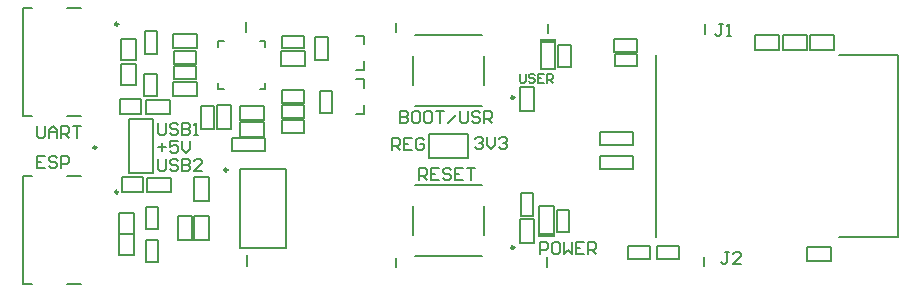
<source format=gto>
G04*
G04 #@! TF.GenerationSoftware,Altium Limited,Altium Designer,24.9.1 (31)*
G04*
G04 Layer_Color=65535*
%FSLAX44Y44*%
%MOMM*%
G71*
G04*
G04 #@! TF.SameCoordinates,9342EB83-EE33-4B72-AB8E-5D22900AAE0C*
G04*
G04*
G04 #@! TF.FilePolarity,Positive*
G04*
G01*
G75*
%ADD10C,0.2500*%
%ADD11C,0.1524*%
%ADD12C,0.2000*%
%ADD13C,0.1270*%
%ADD14R,1.3716X0.3556*%
D10*
X57130Y125730D02*
G03*
X57130Y125730I-1250J0D01*
G01*
X75650Y230050D02*
G03*
X75650Y230050I-1250J0D01*
G01*
Y87850D02*
G03*
X75650Y87850I-1250J0D01*
G01*
X168120Y106660D02*
G03*
X168120Y106660I-1250J0D01*
G01*
X410850Y41000D02*
G03*
X410850Y41000I-1250J0D01*
G01*
Y168000D02*
G03*
X410850Y168000I-1250J0D01*
G01*
D11*
X311150Y24130D02*
Y32258D01*
X571246Y25400D02*
Y33020D01*
X438658Y24130D02*
Y32766D01*
X184404Y25400D02*
Y34290D01*
X184150Y223520D02*
Y231648D01*
X311150Y223266D02*
Y231394D01*
X439166Y222504D02*
Y230632D01*
X572770Y221742D02*
Y229870D01*
X97536Y169418D02*
X108204D01*
X97536D02*
Y188214D01*
X108204D01*
Y169418D02*
Y188214D01*
X483362Y127762D02*
Y138430D01*
X502158D01*
X483362Y127762D02*
X502158D01*
X511302D02*
Y138430D01*
X492506Y127762D02*
X511302D01*
X492506Y138430D02*
X511302D01*
Y107442D02*
Y118110D01*
X492506Y107442D02*
X511302D01*
X492506Y118110D02*
X511302D01*
X120650Y87884D02*
Y100076D01*
X100330D02*
X120650D01*
X100330Y87884D02*
Y100076D01*
Y87884D02*
X120650D01*
X85090Y149860D02*
X105410D01*
Y104140D02*
Y149860D01*
X85090Y104140D02*
X105410D01*
X85090D02*
Y149860D01*
X415544Y44450D02*
Y64770D01*
X427736D01*
Y44450D02*
Y64770D01*
X415544Y44450D02*
X427736D01*
X339090Y116840D02*
Y137160D01*
X372110D01*
Y116840D02*
Y137160D01*
X339090Y116840D02*
X372110D01*
X122682Y183896D02*
X141478D01*
Y194564D01*
X122682D02*
X141478D01*
X122682Y183896D02*
Y194564D01*
X156464Y141732D02*
Y160528D01*
X145796D02*
X156464D01*
X145796Y141732D02*
Y160528D01*
Y141732D02*
X156464D01*
X122682Y196596D02*
X141478D01*
Y207264D01*
X122682D02*
X141478D01*
X122682Y196596D02*
Y207264D01*
X214122Y220472D02*
X232918D01*
X214122Y209804D02*
Y220472D01*
Y209804D02*
X232918D01*
Y220472D01*
X433324Y216662D02*
X445516D01*
X433324Y191770D02*
Y216662D01*
Y191770D02*
X445516D01*
Y216662D01*
X139954Y80010D02*
Y100330D01*
X152146D01*
Y80010D02*
Y100330D01*
X139954Y80010D02*
X152146D01*
X432308Y51054D02*
X444500D01*
Y75946D01*
X432308D02*
X444500D01*
X432308Y51054D02*
Y75946D01*
X152146Y46990D02*
Y67310D01*
X139954Y46990D02*
X152146D01*
X139954D02*
Y67310D01*
X152146D01*
X138176Y46990D02*
Y67310D01*
X125984Y46990D02*
X138176D01*
X125984D02*
Y67310D01*
X138176D01*
X448056Y193802D02*
Y212598D01*
Y193802D02*
X458724D01*
Y212598D01*
X448056D02*
X458724D01*
X109474Y28702D02*
Y47498D01*
X98806D02*
X109474D01*
X98806Y28702D02*
Y47498D01*
Y28702D02*
X109474D01*
X98806Y56642D02*
Y75438D01*
Y56642D02*
X109474D01*
Y75438D01*
X98806D02*
X109474D01*
X457708Y54356D02*
Y73152D01*
X447040D02*
X457708D01*
X447040Y54356D02*
Y73152D01*
Y54356D02*
X457708D01*
X614680Y220726D02*
X635000D01*
Y208534D02*
Y220726D01*
X614680Y208534D02*
X635000D01*
X614680D02*
Y220726D01*
X252984Y200152D02*
Y218948D01*
X242316D02*
X252984D01*
X242316Y200152D02*
Y218948D01*
Y200152D02*
X252984D01*
X246126Y154940D02*
Y173736D01*
Y154940D02*
X256794D01*
Y173736D01*
X246126D02*
X256794D01*
X96520Y87630D02*
Y100330D01*
X78740Y87630D02*
X96520D01*
X78740D02*
Y100330D01*
X96520D01*
X76342Y52488D02*
X89042D01*
X76342D02*
Y70268D01*
X89042D01*
Y52488D02*
Y70268D01*
X76454Y52630D02*
X89154D01*
Y34850D02*
Y52630D01*
X76454Y34850D02*
X89154D01*
X76454D02*
Y52630D01*
X121920Y221996D02*
X142240D01*
Y209804D02*
Y221996D01*
X121920Y209804D02*
X142240D01*
X121920D02*
Y221996D01*
X214122Y161544D02*
X232918D01*
X214122Y150876D02*
Y161544D01*
Y150876D02*
X232918D01*
Y161544D01*
X213614Y194818D02*
X233934D01*
X213614D02*
Y207010D01*
X233934D01*
Y194818D02*
Y207010D01*
X159004Y140970D02*
Y161290D01*
X171196D01*
Y140970D02*
Y161290D01*
X159004Y140970D02*
X171196D01*
X121920Y181356D02*
X142240D01*
Y169164D02*
Y181356D01*
X121920Y169164D02*
X142240D01*
X121920D02*
Y181356D01*
X95250Y153670D02*
Y166370D01*
X77470Y153670D02*
X95250D01*
X77470D02*
Y166370D01*
X95250D01*
X77724Y200152D02*
X90424D01*
X77724D02*
Y217932D01*
X90424D01*
Y200152D02*
Y217932D01*
X98044Y205232D02*
Y224028D01*
Y205232D02*
X108712D01*
Y224028D01*
X98044D02*
X108712D01*
X77978Y196088D02*
X90678D01*
Y178308D02*
Y196088D01*
X77978Y178308D02*
X90678D01*
X77978D02*
Y196088D01*
X214122Y163576D02*
X232918D01*
Y174244D01*
X214122D02*
X232918D01*
X214122Y163576D02*
Y174244D01*
Y138176D02*
X232918D01*
Y148844D01*
X214122D02*
X232918D01*
X214122Y138176D02*
Y148844D01*
X179070Y134874D02*
X199390D01*
X179070D02*
Y147066D01*
X199390D01*
Y134874D02*
Y147066D01*
X659130Y41402D02*
X679450D01*
Y29210D02*
Y41402D01*
X659130Y29210D02*
X679450D01*
X659130D02*
Y41402D01*
X661670Y208534D02*
X681990D01*
X661670D02*
Y220726D01*
X681990D01*
Y208534D02*
Y220726D01*
X495808Y206756D02*
X514604D01*
Y217424D01*
X495808D02*
X514604D01*
X495808Y206756D02*
Y217424D01*
X638810Y208534D02*
X659130D01*
X638810D02*
Y220726D01*
X659130D01*
Y208534D02*
Y220726D01*
X531622Y42164D02*
X550418D01*
X531622Y31496D02*
Y42164D01*
Y31496D02*
X550418D01*
Y42164D01*
X507492D02*
X526288D01*
X507492Y31496D02*
Y42164D01*
Y31496D02*
X526288D01*
Y42164D01*
X426974Y68072D02*
Y86868D01*
X416306D02*
X426974D01*
X416306Y68072D02*
Y86868D01*
Y68072D02*
X426974D01*
X181102Y133604D02*
X199898D01*
X181102Y122936D02*
X199898D01*
Y133604D01*
X172212Y122936D02*
X191008D01*
X172212Y133604D02*
X191008D01*
X172212Y122936D02*
Y133604D01*
X99060Y153924D02*
X119380D01*
X99060D02*
Y166116D01*
X119380D01*
Y153924D02*
Y166116D01*
X179070Y148844D02*
X199390D01*
X179070D02*
Y161036D01*
X199390D01*
Y148844D02*
Y161036D01*
X483406Y107442D02*
X502202D01*
X483406Y118110D02*
X502202D01*
X483406Y107442D02*
Y118110D01*
X496062Y194564D02*
X514858D01*
Y205232D01*
X496062D02*
X514858D01*
X496062Y194564D02*
Y205232D01*
X415544Y156210D02*
Y176530D01*
X427736D01*
Y156210D02*
Y176530D01*
X415544Y156210D02*
X427736D01*
X432562Y35814D02*
Y45971D01*
X437640D01*
X439333Y44278D01*
Y40892D01*
X437640Y39200D01*
X432562D01*
X447797Y45971D02*
X444412D01*
X442719Y44278D01*
Y37507D01*
X444412Y35814D01*
X447797D01*
X449490Y37507D01*
Y44278D01*
X447797Y45971D01*
X452875D02*
Y35814D01*
X456261Y39200D01*
X459647Y35814D01*
Y45971D01*
X469803D02*
X463032D01*
Y35814D01*
X469803D01*
X463032Y40892D02*
X466418D01*
X473189Y35814D02*
Y45971D01*
X478267D01*
X479960Y44278D01*
Y40892D01*
X478267Y39200D01*
X473189D01*
X476575D02*
X479960Y35814D01*
X415544Y188211D02*
Y181864D01*
X416814Y180594D01*
X419353D01*
X420622Y181864D01*
Y188211D01*
X428240Y186942D02*
X426970Y188211D01*
X424431D01*
X423162Y186942D01*
Y185672D01*
X424431Y184403D01*
X426970D01*
X428240Y183133D01*
Y181864D01*
X426970Y180594D01*
X424431D01*
X423162Y181864D01*
X435857Y188211D02*
X430779D01*
Y180594D01*
X435857D01*
X430779Y184403D02*
X433318D01*
X438397Y180594D02*
Y188211D01*
X442205D01*
X443475Y186942D01*
Y184403D01*
X442205Y183133D01*
X438397D01*
X440936D02*
X443475Y180594D01*
X330454Y98044D02*
Y108201D01*
X335532D01*
X337225Y106508D01*
Y103122D01*
X335532Y101430D01*
X330454D01*
X333840D02*
X337225Y98044D01*
X347382Y108201D02*
X340611D01*
Y98044D01*
X347382D01*
X340611Y103122D02*
X343996D01*
X357539Y106508D02*
X355846Y108201D01*
X352460D01*
X350767Y106508D01*
Y104815D01*
X352460Y103122D01*
X355846D01*
X357539Y101430D01*
Y99737D01*
X355846Y98044D01*
X352460D01*
X350767Y99737D01*
X367695Y108201D02*
X360924D01*
Y98044D01*
X367695D01*
X360924Y103122D02*
X364310D01*
X371081Y108201D02*
X377852D01*
X374467D01*
Y98044D01*
X313944Y156461D02*
Y146304D01*
X319022D01*
X320715Y147997D01*
Y149690D01*
X319022Y151382D01*
X313944D01*
X319022D01*
X320715Y153075D01*
Y154768D01*
X319022Y156461D01*
X313944D01*
X329179D02*
X325793D01*
X324101Y154768D01*
Y147997D01*
X325793Y146304D01*
X329179D01*
X330872Y147997D01*
Y154768D01*
X329179Y156461D01*
X339336D02*
X335950D01*
X334257Y154768D01*
Y147997D01*
X335950Y146304D01*
X339336D01*
X341029Y147997D01*
Y154768D01*
X339336Y156461D01*
X344414D02*
X351185D01*
X347800D01*
Y146304D01*
X354571D02*
X361342Y153075D01*
X364728Y156461D02*
Y147997D01*
X366420Y146304D01*
X369806D01*
X371499Y147997D01*
Y156461D01*
X381656Y154768D02*
X379963Y156461D01*
X376577D01*
X374884Y154768D01*
Y153075D01*
X376577Y151382D01*
X379963D01*
X381656Y149690D01*
Y147997D01*
X379963Y146304D01*
X376577D01*
X374884Y147997D01*
X385041Y146304D02*
Y156461D01*
X390119D01*
X391812Y154768D01*
Y151382D01*
X390119Y149690D01*
X385041D01*
X388427D02*
X391812Y146304D01*
X377444Y133178D02*
X379137Y134871D01*
X382522D01*
X384215Y133178D01*
Y131485D01*
X382522Y129792D01*
X380830D01*
X382522D01*
X384215Y128100D01*
Y126407D01*
X382522Y124714D01*
X379137D01*
X377444Y126407D01*
X387601Y134871D02*
Y128100D01*
X390986Y124714D01*
X394372Y128100D01*
Y134871D01*
X397757Y133178D02*
X399450Y134871D01*
X402836D01*
X404529Y133178D01*
Y131485D01*
X402836Y129792D01*
X401143D01*
X402836D01*
X404529Y128100D01*
Y126407D01*
X402836Y124714D01*
X399450D01*
X397757Y126407D01*
X109474Y125982D02*
X116245D01*
X112860Y129368D02*
Y122597D01*
X126402Y131061D02*
X119631D01*
Y125982D01*
X123016Y127675D01*
X124709D01*
X126402Y125982D01*
Y122597D01*
X124709Y120904D01*
X121323D01*
X119631Y122597D01*
X129787Y131061D02*
Y124290D01*
X133173Y120904D01*
X136559Y124290D01*
Y131061D01*
X307594Y123444D02*
Y133601D01*
X312672D01*
X314365Y131908D01*
Y128522D01*
X312672Y126830D01*
X307594D01*
X310980D02*
X314365Y123444D01*
X324522Y133601D02*
X317751D01*
Y123444D01*
X324522D01*
X317751Y128522D02*
X321136D01*
X334679Y131908D02*
X332986Y133601D01*
X329600D01*
X327907Y131908D01*
Y125137D01*
X329600Y123444D01*
X332986D01*
X334679Y125137D01*
Y128522D01*
X331293D01*
X109474Y115821D02*
Y107357D01*
X111167Y105664D01*
X114552D01*
X116245Y107357D01*
Y115821D01*
X126402Y114128D02*
X124709Y115821D01*
X121323D01*
X119631Y114128D01*
Y112435D01*
X121323Y110742D01*
X124709D01*
X126402Y109050D01*
Y107357D01*
X124709Y105664D01*
X121323D01*
X119631Y107357D01*
X129787Y115821D02*
Y105664D01*
X134866D01*
X136559Y107357D01*
Y109050D01*
X134866Y110742D01*
X129787D01*
X134866D01*
X136559Y112435D01*
Y114128D01*
X134866Y115821D01*
X129787D01*
X146715Y105664D02*
X139944D01*
X146715Y112435D01*
Y114128D01*
X145022Y115821D01*
X141637D01*
X139944Y114128D01*
X109474Y146301D02*
Y137837D01*
X111167Y136144D01*
X114552D01*
X116245Y137837D01*
Y146301D01*
X126402Y144608D02*
X124709Y146301D01*
X121323D01*
X119631Y144608D01*
Y142915D01*
X121323Y141222D01*
X124709D01*
X126402Y139530D01*
Y137837D01*
X124709Y136144D01*
X121323D01*
X119631Y137837D01*
X129787Y146301D02*
Y136144D01*
X134866D01*
X136559Y137837D01*
Y139530D01*
X134866Y141222D01*
X129787D01*
X134866D01*
X136559Y142915D01*
Y144608D01*
X134866Y146301D01*
X129787D01*
X139944Y136144D02*
X143330D01*
X141637D01*
Y146301D01*
X139944Y144608D01*
X13375Y118361D02*
X6604D01*
Y108204D01*
X13375D01*
X6604Y113282D02*
X9990D01*
X23532Y116668D02*
X21839Y118361D01*
X18454D01*
X16761Y116668D01*
Y114975D01*
X18454Y113282D01*
X21839D01*
X23532Y111590D01*
Y109897D01*
X21839Y108204D01*
X18454D01*
X16761Y109897D01*
X26917Y108204D02*
Y118361D01*
X31996D01*
X33689Y116668D01*
Y113282D01*
X31996Y111590D01*
X26917D01*
X6604Y143761D02*
Y135297D01*
X8297Y133604D01*
X11682D01*
X13375Y135297D01*
Y143761D01*
X16761Y133604D02*
Y140375D01*
X20146Y143761D01*
X23532Y140375D01*
Y133604D01*
Y138682D01*
X16761D01*
X26917Y133604D02*
Y143761D01*
X31996D01*
X33689Y142068D01*
Y138682D01*
X31996Y136990D01*
X26917D01*
X30303D02*
X33689Y133604D01*
X37074Y143761D02*
X43845D01*
X40460D01*
Y133604D01*
X592495Y37081D02*
X589110D01*
X590802D01*
Y28617D01*
X589110Y26924D01*
X587417D01*
X585724Y28617D01*
X602652Y26924D02*
X595881D01*
X602652Y33695D01*
Y35388D01*
X600959Y37081D01*
X597574D01*
X595881Y35388D01*
X587415Y230121D02*
X584030D01*
X585722D01*
Y221657D01*
X584030Y219964D01*
X582337D01*
X580644Y221657D01*
X590801Y219964D02*
X594186D01*
X592494D01*
Y230121D01*
X590801Y228428D01*
D12*
X195340Y215580D02*
X200340D01*
Y210580D02*
Y215580D01*
X160340D02*
X165340D01*
X160340Y210580D02*
Y215580D01*
X195340Y175580D02*
X200340D01*
Y180580D01*
X160340Y175580D02*
X165340D01*
X160340D02*
Y180580D01*
X-4850Y152400D02*
X2400D01*
X31900D02*
X44400D01*
X-4850D02*
Y243800D01*
X2400D01*
X31900D02*
X44400D01*
X31900Y101600D02*
X44400D01*
X-4850D02*
X2400D01*
X-4850Y10200D02*
Y101600D01*
X31900Y10200D02*
X44400D01*
X-4850D02*
X2400D01*
X178620Y40160D02*
X217620D01*
X178620Y107160D02*
X217620D01*
Y40160D02*
Y107160D01*
X178620Y40160D02*
Y107160D01*
X385600Y51250D02*
Y75750D01*
X327350Y93500D02*
X383850D01*
X325600Y51250D02*
Y75750D01*
X327350Y33500D02*
X383850D01*
X385600Y178250D02*
Y202750D01*
X327350Y220500D02*
X383850D01*
X325600Y178250D02*
Y202750D01*
X327350Y160500D02*
X383850D01*
X283360Y212990D02*
Y220240D01*
X276860D02*
X283360D01*
Y191240D02*
Y198490D01*
X276860Y191240D02*
X283360D01*
Y176160D02*
Y183410D01*
X276860D02*
X283360D01*
Y154410D02*
Y161660D01*
X276860Y154410D02*
X283360D01*
D13*
X736090Y50000D02*
Y204000D01*
X685590Y50000D02*
X736090D01*
X531090D02*
Y204000D01*
X685590D02*
X736090D01*
D14*
X439420Y216154D02*
D03*
X438404Y51562D02*
D03*
M02*

</source>
